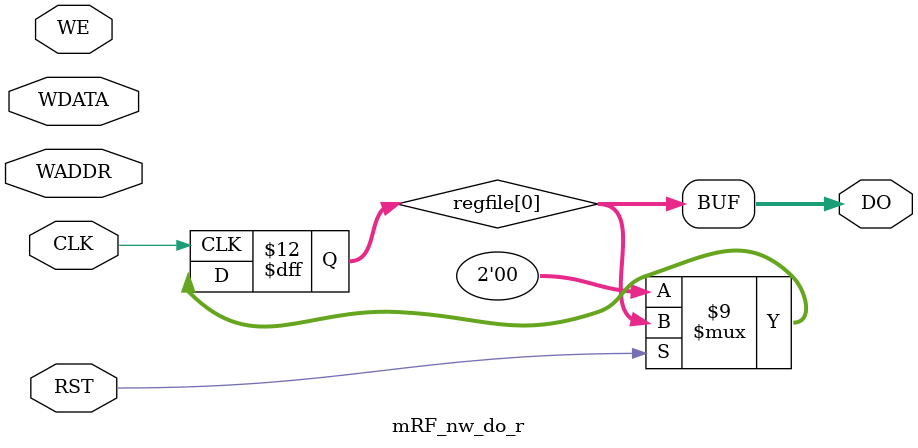
<source format=v>
/*
Copyright 2021 GaoZiBo <diyer175@hotmail.com>
Powered by YSYX https://oscpu.github.io/ysyx

Licensed under The MIT License (MIT).
-------------------------------------
Permission is hereby granted, free of charge, to any person obtaining a copy of
this software and associated documentation files (the "Software"), to deal in
the Software without restriction, including without limitation the rights to
use, copy, modify, merge, publish, distribute, sublicense, and/or sell copies of
the Software, and to permit persons to whom the Software is furnished to do so,
subject to the following conditions:

The above copyright notice and this permission notice shall be included in all
copies or substantial portions of the Software.

THE SOFTWARE IS PROVIDED "AS IS", WITHOUT WARRANTY OF ANY KIND, EXPRESS OR
IMPLIED,INCLUDING BUT NOT LIMITED TO THE WARRANTIES OF MERCHANTABILITY, FITNESS
FOR A PARTICULAR PURPOSE AND NONINFRINGEMENT. IN NO EVENT SHALL THE AUTHORS OR
COPYRIGHT HOLDERS BE LIABLE FOR ANY CLAIM, DAMAGES OR OTHER LIABILITY, WHETHER
IN AN ACTION OF CONTRACT, TORT OR OTHERWISE, ARISING FROM, OUT OF OR IN
CONNECTION WITH THE SOFTWARE OR THE USE OR OTHER DEALINGS IN THE SOFTWARE.
 */

module mRF_nw_do_r
#(
   parameter DW = 0,
   parameter AW = 0,
   parameter [DW-1:0] RST_VECTOR = 0,
   parameter NUM_WRITE = 0
)
(
   input CLK,
   input RST,
   input [NUM_WRITE-1:0] WE,
   input [AW*NUM_WRITE-1:0] WADDR,
   input [DW*NUM_WRITE-1:0] WDATA,
   output [DW*(1<<AW)-1:0] DO
);
   reg [DW-1:0] regfile [(1<<AW)-1:0];
   genvar i;
   integer j;
   
`ifdef NCPU_RST_ASYNC
 `ifdef NCPU_RST_POS_POLARITY
   always @(posedge CLK or posedge RST) begin
 `else // neg polarity
   always @(posedge CLK or negedge RST) begin
 `endif
`else // synchronous
   always @(posedge CLK) begin
`endif
`ifdef NCPU_RST_POS_POLARITY
      if (RST)
`else // neg polarity
      if (~RST)
`endif
         begin
            for(j=0;j<(1<<AW);j=j+1)
               regfile[j] <= RST_VECTOR;
         end
      else
         for(j=0;j<NUM_WRITE;j=j+1) // This generates a priority MUX to resolve WAW hazard, if we have multiple write ports.
            if (WE[j])
               regfile[WADDR[j*AW +: AW]] <= WDATA[j*DW +: DW];
   end
   
   generate
      for(i=0;i<(1<<AW);i=i+1)
         assign DO[i * DW +: DW] = regfile[i];
   endgenerate
   
endmodule

</source>
